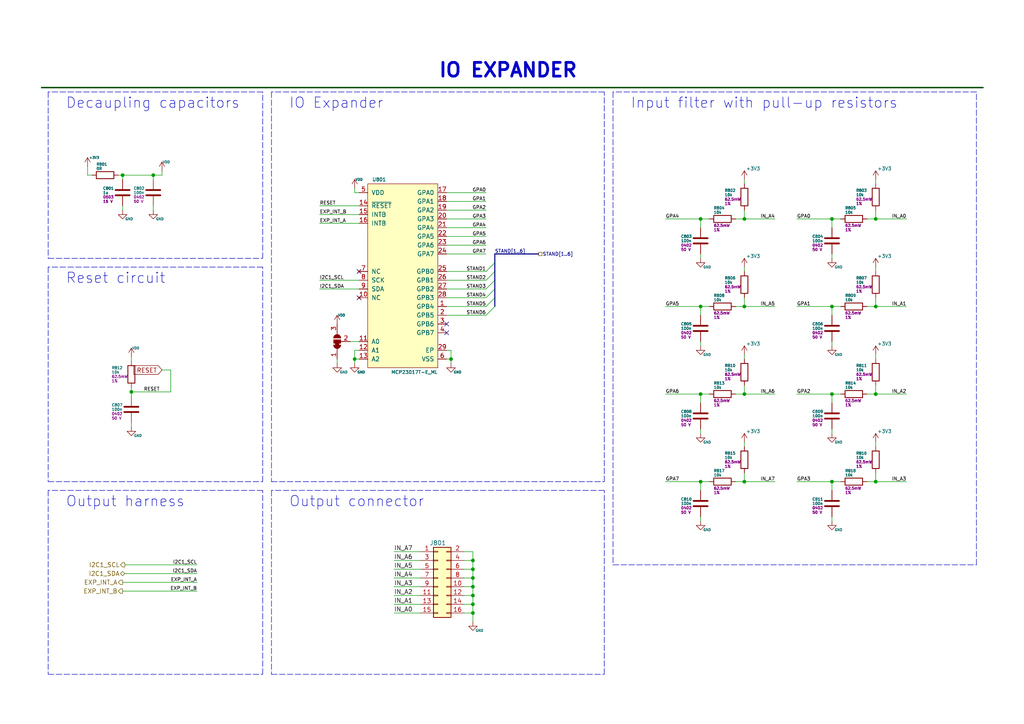
<source format=kicad_sch>
(kicad_sch (version 20211123) (generator eeschema)
  (paper "A4")
  (title_block (title "TMC6200-TA-T Eval Board") (date "2021-09-03") (rev "${REVISION}") (company "${COMPANY}") (comment 1 "${ENGINEER}") (comment 2 "${PHONE_NUMBER}") (comment 3 "${EMAIL}") (comment 4 "${SENTENCE}"))
  (lib_symbols
    (symbol "Connector_Generic:Conn_02x08_Odd_Even" (pin_names (offset 1.016) hide)
      (property "Reference" "J" (at 1.27 10.16 0))
      (property "Value" "Conn_02x08_Odd_Even" (at 1.27 -12.7 0))
      (symbol "Conn_02x08_Odd_Even_1_1"
        (pin passive line (at -5.08 7.62 0) (length 3.81) (name "Pin_1") (number "1"))
        (pin passive line (at 7.62 -2.54 180) (length 3.81) (name "Pin_10") (number "10"))
        (pin passive line (at -5.08 -5.08 0) (length 3.81) (name "Pin_11") (number "11"))
        (pin passive line (at 7.62 -5.08 180) (length 3.81) (name "Pin_12") (number "12"))
        (pin passive line (at -5.08 -7.62 0) (length 3.81) (name "Pin_13") (number "13"))
        (pin passive line (at 7.62 -7.62 180) (length 3.81) (name "Pin_14") (number "14"))
        (pin passive line (at -5.08 -10.16 0) (length 3.81) (name "Pin_15") (number "15"))
        (pin passive line (at 7.62 -10.16 180) (length 3.81) (name "Pin_16") (number "16"))
        (pin passive line (at 7.62 7.62 180) (length 3.81) (name "Pin_2") (number "2"))
        (pin passive line (at -5.08 5.08 0) (length 3.81) (name "Pin_3") (number "3"))
        (pin passive line (at 7.62 5.08 180) (length 3.81) (name "Pin_4") (number "4"))
        (pin passive line (at -5.08 2.54 0) (length 3.81) (name "Pin_5") (number "5"))
        (pin passive line (at 7.62 2.54 180) (length 3.81) (name "Pin_6") (number "6"))
        (pin passive line (at -5.08 0 0) (length 3.81) (name "Pin_7") (number "7"))
        (pin passive line (at 7.62 0 180) (length 3.81) (name "Pin_8") (number "8"))
        (pin passive line (at -5.08 -2.54 0) (length 3.81) (name "Pin_9") (number "9"))
      )
    )
    (symbol "Device:C" (pin_numbers hide) (pin_names (offset 0.254))
      (property "Reference" "C" (at 0.635 2.54 0))
      (property "Value" "C" (at 0.635 -2.54 0))
      (symbol "C_1_1"
        (pin passive line (at 0 3.81 270) (length 2.794) (name "~") (number "1"))
        (pin passive line (at 0 -3.81 90) (length 2.794) (name "~") (number "2"))
      )
    )
    (symbol "Device:R" (pin_numbers hide) (pin_names (offset 0))
      (property "Reference" "R" (at 2.032 0 90))
      (property "Value" "R" (at 0 0 90))
      (symbol "R_1_1"
        (pin passive line (at 0 3.81 270) (length 1.27) (name "~") (number "1"))
        (pin passive line (at 0 -3.81 90) (length 1.27) (name "~") (number "2"))
      )
    )
    (symbol "Jumper:SolderJumper_3_Bridged12" (pin_names (offset 0) hide)
      (property "Reference" "JP" (at -2.54 -2.54 0))
      (property "Value" "SolderJumper_3_Bridged12" (at 0 2.794 0))
      (symbol "SolderJumper_3_Bridged12_1_1"
        (pin passive line (at -5.08 0 0) (length 2.54) (name "A") (number "1"))
        (pin passive line (at 0 -3.81 90) (length 2.54) (name "C") (number "2"))
        (pin passive line (at 5.08 0 180) (length 2.54) (name "B") (number "3"))
      )
    )
    (symbol "eval_board_tmc6200-ta:MCP23017T-E_ML" (pin_names (offset 1.016))
      (property "Reference" "U" (at 0 1.27 0))
      (property "Value" "MCP23017T-E_ML" (at 20.32 -54.61 0))
      (symbol "MCP23017T-E_ML_1_1"
        (pin bidirectional line (at 22.86 -35.56 180) (length 2.54) (name "GPB4") (number "1"))
        (pin no_connect line (at -2.54 -33.02 0) (length 2.54) (name "NC") (number "10"))
        (pin passive line (at -2.54 -45.72 0) (length 2.54) (name "A0") (number "11"))
        (pin passive line (at -2.54 -48.26 0) (length 2.54) (name "A1") (number "12"))
        (pin passive line (at -2.54 -50.8 0) (length 2.54) (name "A2") (number "13"))
        (pin input line (at -2.54 -6.35 0) (length 2.54) (name "~{RESET}") (number "14"))
        (pin output line (at -2.54 -8.89 0) (length 2.54) (name "INTB") (number "15"))
        (pin output line (at -2.54 -11.43 0) (length 2.54) (name "INTB") (number "16"))
        (pin bidirectional line (at 22.86 -2.54 180) (length 2.54) (name "GPA0") (number "17"))
        (pin bidirectional line (at 22.86 -5.08 180) (length 2.54) (name "GPA1") (number "18"))
        (pin bidirectional line (at 22.86 -7.62 180) (length 2.54) (name "GPA2") (number "19"))
        (pin bidirectional line (at 22.86 -38.1 180) (length 2.54) (name "GPB5") (number "2"))
        (pin bidirectional line (at 22.86 -10.16 180) (length 2.54) (name "GPA3") (number "20"))
        (pin bidirectional line (at 22.86 -12.7 180) (length 2.54) (name "GPA4") (number "21"))
        (pin bidirectional line (at 22.86 -15.24 180) (length 2.54) (name "GPA5") (number "22"))
        (pin bidirectional line (at 22.86 -17.78 180) (length 2.54) (name "GPA6") (number "23"))
        (pin bidirectional line (at 22.86 -20.32 180) (length 2.54) (name "GPA7") (number "24"))
        (pin bidirectional line (at 22.86 -25.4 180) (length 2.54) (name "GPB0") (number "25"))
        (pin bidirectional line (at 22.86 -27.94 180) (length 2.54) (name "GPB1") (number "26"))
        (pin bidirectional line (at 22.86 -30.48 180) (length 2.54) (name "GPB2") (number "27"))
        (pin bidirectional line (at 22.86 -33.02 180) (length 2.54) (name "GPB3") (number "28"))
        (pin power_in line (at 22.86 -48.26 180) (length 2.54) (name "EP") (number "29"))
        (pin bidirectional line (at 22.86 -40.64 180) (length 2.54) (name "GPB6") (number "3"))
        (pin bidirectional line (at 22.86 -43.18 180) (length 2.54) (name "GPB7") (number "4"))
        (pin power_in line (at -2.54 -2.54 0) (length 2.54) (name "VDD") (number "5"))
        (pin power_in line (at 22.86 -50.8 180) (length 2.54) (name "VSS") (number "6"))
        (pin no_connect line (at -2.54 -25.4 0) (length 2.54) (name "NC") (number "7"))
        (pin input line (at -2.54 -27.94 0) (length 2.54) (name "SCK") (number "8"))
        (pin bidirectional line (at -2.54 -30.48 0) (length 2.54) (name "SDA") (number "9"))
      )
    )
    (symbol "power:+3.3V" (power) (pin_names (offset 0))
      (property "Value" "+3.3V" (at 0 3.556 0))
      (symbol "+3.3V_1_1"
        (pin power_in line (at 0 0 90) (length 0) hide (name "+3V3") (number "1"))
      )
    )
    (symbol "power:GND" (power) (pin_names (offset 0))
      (property "Value" "GND" (at 0 -3.81 0))
      (symbol "GND_1_1"
        (pin power_in line (at 0 0 270) (length 0) hide (name "GND") (number "1"))
      )
    )
    (symbol "power:VDD" (power) (pin_names (offset 0))
      (property "Value" "VDD" (at 0 3.81 0))
      (symbol "VDD_1_1"
        (pin power_in line (at 0 0 90) (length 0) hide (name "VDD") (number "1"))
      )
    )
  )
  (junction (at 38.1 113.665))
  (junction (at 130.81 104.14))
  (junction (at 137.16 175.26))
  (junction (at 203.2 114.3))
  (junction (at 215.9 139.7))
  (junction (at 241.3 88.9))
  (junction (at 137.16 172.72))
  (junction (at 241.3 139.7))
  (junction (at 44.45 50.8))
  (junction (at 254 88.9))
  (junction (at 215.9 114.3))
  (junction (at 137.16 170.18))
  (junction (at 137.16 177.8))
  (junction (at 215.9 63.5))
  (junction (at 241.3 114.3))
  (junction (at 215.9 88.9))
  (junction (at 203.2 63.5))
  (junction (at 203.2 139.7))
  (junction (at 137.16 162.56))
  (junction (at 254 63.5))
  (junction (at 254 139.7))
  (junction (at 254 114.3))
  (junction (at 137.16 167.64))
  (junction (at 102.87 104.14))
  (junction (at 137.16 165.1))
  (junction (at 35.56 50.8))
  (junction (at 241.3 63.5))
  (junction (at 203.2 88.9))
  (no_connect (at 104.14 78.74))
  (no_connect (at 129.54 96.52))
  (no_connect (at 104.14 86.36))
  (no_connect (at 129.54 93.98))
  (bus_entry (at 140.97 83.82) (size 2.54 -2.54))
  (bus_entry (at 140.97 91.44) (size 2.54 -2.54))
  (bus_entry (at 140.97 86.36) (size 2.54 -2.54))
  (bus_entry (at 140.97 78.74) (size 2.54 -2.54))
  (bus_entry (at 140.97 88.9) (size 2.54 -2.54))
  (bus_entry (at 140.97 81.28) (size 2.54 -2.54))
  (wire (pts (xy 254 114.3) (xy 262.89 114.3)))
  (wire (pts (xy 254 111.76) (xy 254 114.3)))
  (wire (pts (xy 241.3 88.9) (xy 241.3 91.44)))
  (wire (pts (xy 121.92 165.1) (xy 114.3 165.1)))
  (wire (pts (xy 203.2 114.3) (xy 203.2 116.84)))
  (wire (pts (xy 134.62 170.18) (xy 137.16 170.18)))
  (wire (pts (xy 243.84 63.5) (xy 241.3 63.5)))
  (wire (pts (xy 129.54 71.12) (xy 140.97 71.12)))
  (wire (pts (xy 121.92 167.64) (xy 114.3 167.64)))
  (wire (pts (xy 243.84 114.3) (xy 241.3 114.3)))
  (wire (pts (xy 241.3 139.7) (xy 241.3 142.24)))
  (wire (pts (xy 102.87 104.14) (xy 102.87 105.41)))
  (polyline (pts (xy 175.26 26.67) (xy 78.74 26.67)))
  (wire (pts (xy 241.3 151.13) (xy 241.3 149.86)))
  (wire (pts (xy 137.16 167.64) (xy 137.16 170.18)))
  (polyline (pts (xy 13.97 139.7) (xy 76.2 139.7)))
  (wire (pts (xy 35.56 60.96) (xy 35.56 59.69)))
  (wire (pts (xy 215.9 139.7) (xy 213.36 139.7)))
  (wire (pts (xy 129.54 73.66) (xy 140.97 73.66)))
  (wire (pts (xy 102.87 101.6) (xy 102.87 104.14)))
  (wire (pts (xy 129.54 81.28) (xy 140.97 81.28)))
  (wire (pts (xy 35.56 171.45) (xy 57.15 171.45)))
  (wire (pts (xy 137.16 162.56) (xy 137.16 165.1)))
  (wire (pts (xy 254 139.7) (xy 251.46 139.7)))
  (polyline (pts (xy 76.2 74.93) (xy 76.2 26.67)))
  (wire (pts (xy 38.1 104.775) (xy 38.1 103.505)))
  (wire (pts (xy 129.54 101.6) (xy 130.81 101.6)))
  (wire (pts (xy 137.16 177.8) (xy 137.16 180.34)))
  (wire (pts (xy 241.3 63.5) (xy 231.14 63.5)))
  (polyline (pts (xy 177.8 26.67) (xy 177.8 163.83)))
  (polyline (pts (xy 78.74 139.7) (xy 175.26 139.7)))
  (wire (pts (xy 241.3 114.3) (xy 231.14 114.3)))
  (polyline (pts (xy 76.2 77.47) (xy 13.97 77.47)))
  (polyline (pts (xy 13.97 26.67) (xy 13.97 74.93)))
  (wire (pts (xy 203.2 151.13) (xy 203.2 149.86)))
  (polyline (pts (xy 76.2 139.7) (xy 76.2 77.47)))
  (wire (pts (xy 102.87 55.88) (xy 102.87 54.61)))
  (wire (pts (xy 38.1 113.665) (xy 49.53 113.665)))
  (wire (pts (xy 203.2 63.5) (xy 193.04 63.5)))
  (polyline (pts (xy 175.26 139.7) (xy 175.26 26.67)))
  (polyline (pts (xy 78.74 26.67) (xy 78.74 139.7)))
  (wire (pts (xy 121.92 172.72) (xy 114.3 172.72)))
  (wire (pts (xy 34.29 50.8) (xy 35.56 50.8)))
  (wire (pts (xy 134.62 172.72) (xy 137.16 172.72)))
  (wire (pts (xy 254 60.96) (xy 254 63.5)))
  (wire (pts (xy 38.1 123.825) (xy 38.1 122.555)))
  (wire (pts (xy 57.15 163.83) (xy 36.195 163.83)))
  (wire (pts (xy 254 77.47) (xy 254 78.74)))
  (polyline (pts (xy 78.74 195.58) (xy 175.26 195.58)))
  (wire (pts (xy 203.2 63.5) (xy 203.2 66.04)))
  (wire (pts (xy 129.54 66.04) (xy 140.97 66.04)))
  (wire (pts (xy 203.2 100.33) (xy 203.2 99.06)))
  (polyline (pts (xy 78.74 142.24) (xy 78.74 195.58)))
  (wire (pts (xy 205.74 63.5) (xy 203.2 63.5)))
  (wire (pts (xy 215.9 111.76) (xy 215.9 114.3)))
  (polyline (pts (xy 76.2 142.24) (xy 13.97 142.24)))
  (wire (pts (xy 129.54 63.5) (xy 140.97 63.5)))
  (wire (pts (xy 92.71 81.28) (xy 104.14 81.28)))
  (bus (pts (xy 143.51 78.74) (xy 143.51 81.28)))
  (polyline (pts (xy 76.2 26.67) (xy 13.97 26.67)))
  (wire (pts (xy 243.84 139.7) (xy 241.3 139.7)))
  (wire (pts (xy 205.74 88.9) (xy 203.2 88.9)))
  (bus (pts (xy 143.51 73.66) (xy 156.21 73.66)))
  (bus (pts (xy 143.51 83.82) (xy 143.51 86.36)))
  (wire (pts (xy 241.3 125.73) (xy 241.3 124.46)))
  (wire (pts (xy 129.54 68.58) (xy 140.97 68.58)))
  (wire (pts (xy 203.2 74.93) (xy 203.2 73.66)))
  (wire (pts (xy 215.9 86.36) (xy 215.9 88.9)))
  (wire (pts (xy 205.74 139.7) (xy 203.2 139.7)))
  (wire (pts (xy 254 52.07) (xy 254 53.34)))
  (wire (pts (xy 46.99 49.53) (xy 46.99 50.8)))
  (wire (pts (xy 121.92 162.56) (xy 114.3 162.56)))
  (wire (pts (xy 243.84 88.9) (xy 241.3 88.9)))
  (wire (pts (xy 25.4 50.8) (xy 25.4 48.26)))
  (wire (pts (xy 241.3 114.3) (xy 241.3 116.84)))
  (wire (pts (xy 203.2 114.3) (xy 193.04 114.3)))
  (wire (pts (xy 130.81 105.41) (xy 130.81 104.14)))
  (wire (pts (xy 205.74 114.3) (xy 203.2 114.3)))
  (polyline (pts (xy 13.97 77.47) (xy 13.97 139.7)))
  (wire (pts (xy 254 88.9) (xy 262.89 88.9)))
  (wire (pts (xy 137.16 170.18) (xy 137.16 172.72)))
  (wire (pts (xy 203.2 139.7) (xy 193.04 139.7)))
  (wire (pts (xy 46.99 107.315) (xy 49.53 107.315)))
  (wire (pts (xy 35.56 50.8) (xy 44.45 50.8)))
  (wire (pts (xy 137.16 165.1) (xy 137.16 167.64)))
  (wire (pts (xy 215.9 63.5) (xy 224.79 63.5)))
  (wire (pts (xy 57.15 168.91) (xy 35.56 168.91)))
  (wire (pts (xy 104.14 59.69) (xy 92.71 59.69)))
  (bus (pts (xy 143.51 81.28) (xy 143.51 83.82)))
  (wire (pts (xy 241.3 88.9) (xy 231.14 88.9)))
  (wire (pts (xy 215.9 52.07) (xy 215.9 53.34)))
  (wire (pts (xy 254 86.36) (xy 254 88.9)))
  (wire (pts (xy 215.9 88.9) (xy 213.36 88.9)))
  (wire (pts (xy 38.1 113.665) (xy 38.1 112.395)))
  (wire (pts (xy 137.16 175.26) (xy 137.16 177.8)))
  (polyline (pts (xy 177.8 163.83) (xy 283.21 163.83)))
  (wire (pts (xy 49.53 107.315) (xy 49.53 113.665)))
  (wire (pts (xy 215.9 114.3) (xy 213.36 114.3)))
  (bus (pts (xy 143.51 76.2) (xy 143.51 78.74)))
  (wire (pts (xy 129.54 83.82) (xy 140.97 83.82)))
  (wire (pts (xy 104.14 62.23) (xy 92.71 62.23)))
  (wire (pts (xy 254 114.3) (xy 251.46 114.3)))
  (bus (pts (xy 143.51 73.66) (xy 143.51 76.2)))
  (wire (pts (xy 241.3 139.7) (xy 231.14 139.7)))
  (wire (pts (xy 129.54 91.44) (xy 140.97 91.44)))
  (polyline (pts (xy 283.21 163.83) (xy 283.21 26.67)))
  (wire (pts (xy 241.3 63.5) (xy 241.3 66.04)))
  (wire (pts (xy 215.9 137.16) (xy 215.9 139.7)))
  (wire (pts (xy 129.54 55.88) (xy 140.97 55.88)))
  (wire (pts (xy 254 137.16) (xy 254 139.7)))
  (wire (pts (xy 130.81 104.14) (xy 129.54 104.14)))
  (wire (pts (xy 129.54 78.74) (xy 140.97 78.74)))
  (polyline (pts (xy 175.26 195.58) (xy 175.26 142.24)))
  (wire (pts (xy 134.62 162.56) (xy 137.16 162.56)))
  (polyline (pts (xy 283.21 26.67) (xy 177.8 26.67)))
  (wire (pts (xy 241.3 100.33) (xy 241.3 99.06)))
  (wire (pts (xy 254 128.27) (xy 254 129.54)))
  (wire (pts (xy 44.45 60.96) (xy 44.45 59.69)))
  (wire (pts (xy 254 63.5) (xy 262.89 63.5)))
  (wire (pts (xy 44.45 50.8) (xy 44.45 52.07)))
  (wire (pts (xy 203.2 125.73) (xy 203.2 124.46)))
  (wire (pts (xy 134.62 160.02) (xy 137.16 160.02)))
  (wire (pts (xy 104.14 104.14) (xy 102.87 104.14)))
  (wire (pts (xy 215.9 88.9) (xy 224.79 88.9)))
  (wire (pts (xy 129.54 88.9) (xy 140.97 88.9)))
  (wire (pts (xy 137.16 172.72) (xy 137.16 175.26)))
  (wire (pts (xy 129.54 86.36) (xy 140.97 86.36)))
  (wire (pts (xy 215.9 128.27) (xy 215.9 129.54)))
  (wire (pts (xy 129.54 58.42) (xy 140.97 58.42)))
  (wire (pts (xy 129.54 60.96) (xy 140.97 60.96)))
  (wire (pts (xy 104.14 83.82) (xy 92.71 83.82)))
  (wire (pts (xy 241.3 74.93) (xy 241.3 73.66)))
  (wire (pts (xy 134.62 165.1) (xy 137.16 165.1)))
  (wire (pts (xy 215.9 60.96) (xy 215.9 63.5)))
  (wire (pts (xy 203.2 88.9) (xy 193.04 88.9)))
  (polyline (pts (xy 76.2 195.58) (xy 76.2 142.24)))
  (wire (pts (xy 44.45 50.8) (xy 46.99 50.8)))
  (wire (pts (xy 121.92 175.26) (xy 114.3 175.26)))
  (wire (pts (xy 254 63.5) (xy 251.46 63.5)))
  (wire (pts (xy 134.62 177.8) (xy 137.16 177.8)))
  (wire (pts (xy 97.79 104.14) (xy 97.79 105.41)))
  (wire (pts (xy 134.62 175.26) (xy 137.16 175.26)))
  (wire (pts (xy 215.9 77.47) (xy 215.9 78.74)))
  (bus (pts (xy 143.51 86.36) (xy 143.51 88.9)))
  (wire (pts (xy 130.81 101.6) (xy 130.81 104.14)))
  (wire (pts (xy 35.56 50.8) (xy 35.56 52.07)))
  (wire (pts (xy 121.92 177.8) (xy 114.3 177.8)))
  (wire (pts (xy 254 102.87) (xy 254 104.14)))
  (wire (pts (xy 254 88.9) (xy 251.46 88.9)))
  (wire (pts (xy 104.14 64.77) (xy 92.71 64.77)))
  (wire (pts (xy 215.9 114.3) (xy 224.79 114.3)))
  (wire (pts (xy 134.62 167.64) (xy 137.16 167.64)))
  (wire (pts (xy 203.2 88.9) (xy 203.2 91.44)))
  (wire (pts (xy 121.92 160.02) (xy 114.3 160.02)))
  (wire (pts (xy 137.16 160.02) (xy 137.16 162.56)))
  (wire (pts (xy 215.9 139.7) (xy 224.79 139.7)))
  (wire (pts (xy 121.92 170.18) (xy 114.3 170.18)))
  (wire (pts (xy 25.4 50.8) (xy 26.67 50.8)))
  (wire (pts (xy 38.1 114.935) (xy 38.1 113.665)))
  (wire (pts (xy 57.15 166.37) (xy 36.195 166.37)))
  (polyline (pts (xy 13.97 195.58) (xy 76.2 195.58)))
  (wire (pts (xy 215.9 102.87) (xy 215.9 104.14)))
  (wire (pts (xy 215.9 63.5) (xy 213.36 63.5)))
  (wire (pts (xy 203.2 139.7) (xy 203.2 142.24)))
  (polyline (pts (xy 12.065 25.4) (xy 285.115 25.4)) (stroke (width 0.4064) (type solid) (color 0 72 0 1)))
  (polyline (pts (xy 175.26 142.24) (xy 78.74 142.24)))
  (wire (pts (xy 104.14 99.06) (xy 101.6 99.06)))
  (wire (pts (xy 104.14 101.6) (xy 102.87 101.6)))
  (wire (pts (xy 104.14 55.88) (xy 102.87 55.88)))
  (wire (pts (xy 254 139.7) (xy 262.89 139.7)))
  (polyline (pts (xy 13.97 142.24) (xy 13.97 195.58)))
  (polyline (pts (xy 13.97 74.93) (xy 76.2 74.93)))
  (text "Reset circuit" (at 19.05 82.55 0) (effects (font (size 2.9972 2.9972)) (justify left bottom)))
  (text "Input filter with pull-up resistors" (at 182.88 31.75 0) (effects (font (size 2.9972 2.9972)) (justify left bottom)))
  (text "IO EXPANDER" (at 127 22.86 0) (effects (font (size 3.9878 3.9878) (thickness 0.7976) bold) (justify left bottom)))
  (text "IO Expander" (at 83.82 31.75 0) (effects (font (size 2.9972 2.9972)) (justify left bottom)))
  (text "Output harness" (at 19.05 147.32 0) (effects (font (size 2.9972 2.9972)) (justify left bottom)))
  (text "Decaupling capacitors" (at 19.05 31.75 0) (effects (font (size 2.9972 2.9972)) (justify left bottom)))
  (text "Output connector" (at 83.82 147.32 0) (effects (font (size 2.9972 2.9972)) (justify left bottom)))
  (label "IN_A0" (at 114.3 177.8 0))
  (label "STAND5" (at 140.97 88.9 180) (effects (font (size 0.9906 0.9906))))
  (label "GPA4" (at 140.97 66.04 180) (effects (font (size 0.9906 0.9906))))
  (label "GPA2" (at 231.14 114.3 0) (effects (font (size 0.9906 0.9906))))
  (label "EXP_INT_B" (at 92.71 62.23 0) (effects (font (size 0.9906 0.9906))))
  (label "GPA3" (at 140.97 63.5 180) (effects (font (size 0.9906 0.9906))))
  (label "IN_A2" (at 114.3 172.72 0))
  (label "GPA5" (at 140.97 68.58 180) (effects (font (size 0.9906 0.9906))))
  (label "STAND4" (at 140.97 86.36 180) (effects (font (size 0.9906 0.9906))))
  (label "EXP_INT_B" (at 57.15 171.45 180) (effects (font (size 0.9906 0.9906))))
  (label "I2C1_SDA" (at 57.15 166.37 180) (effects (font (size 0.9906 0.9906))))
  (label "IN_A4" (at 224.79 63.5 180) (effects (font (size 0.9906 0.9906))))
  (label "IN_A1" (at 114.3 175.26 0))
  (label "IN_A2" (at 262.89 114.3 180) (effects (font (size 0.9906 0.9906))))
  (label "I2C1_SCL" (at 57.15 163.83 180) (effects (font (size 0.9906 0.9906))))
  (label "GPA6" (at 140.97 71.12 180) (effects (font (size 0.9906 0.9906))))
  (label "IN_A7" (at 114.3 160.02 0))
  (label "STAND6" (at 140.97 91.44 180) (effects (font (size 0.9906 0.9906))))
  (label "GPA3" (at 231.14 139.7 0) (effects (font (size 0.9906 0.9906))))
  (label "IN_A5" (at 224.79 88.9 180) (effects (font (size 0.9906 0.9906))))
  (label "GPA1" (at 140.97 58.42 180) (effects (font (size 0.9906 0.9906))))
  (label "I2C1_SDA" (at 92.71 83.82 0) (effects (font (size 0.9906 0.9906))))
  (label "IN_A1" (at 262.89 88.9 180) (effects (font (size 0.9906 0.9906))))
  (label "GPA5" (at 193.04 88.9 0) (effects (font (size 0.9906 0.9906))))
  (label "GPA0" (at 140.97 55.88 180) (effects (font (size 0.9906 0.9906))))
  (label "IN_A0" (at 262.89 63.5 180) (effects (font (size 0.9906 0.9906))))
  (label "EXP_INT_A" (at 57.15 168.91 180) (effects (font (size 0.9906 0.9906))))
  (label "GPA2" (at 140.97 60.96 180) (effects (font (size 0.9906 0.9906))))
  (label "STAND1" (at 140.97 78.74 180) (effects (font (size 0.9906 0.9906))))
  (label "RESET" (at 46.355 113.665 180) (effects (font (size 0.9906 0.9906))))
  (label "GPA7" (at 193.04 139.7 0) (effects (font (size 0.9906 0.9906))))
  (label "STAND3" (at 140.97 83.82 180) (effects (font (size 0.9906 0.9906))))
  (label "GPA1" (at 231.14 88.9 0) (effects (font (size 0.9906 0.9906))))
  (label "GPA6" (at 193.04 114.3 0) (effects (font (size 0.9906 0.9906))))
  (label "IN_A3" (at 114.3 170.18 0))
  (label "STAND2" (at 140.97 81.28 180) (effects (font (size 0.9906 0.9906))))
  (label "GPA0" (at 231.14 63.5 0) (effects (font (size 0.9906 0.9906))))
  (label "I2C1_SCL" (at 92.71 81.28 0) (effects (font (size 0.9906 0.9906))))
  (label "GPA7" (at 140.97 73.66 180) (effects (font (size 0.9906 0.9906))))
  (label "IN_A6" (at 224.79 114.3 180) (effects (font (size 0.9906 0.9906))))
  (label "IN_A6" (at 114.3 162.56 0))
  (label "RESET" (at 92.71 59.69 0) (effects (font (size 0.9906 0.9906))))
  (label "STAND[1..6]" (at 143.51 73.66 0) (effects (font (size 0.9906 0.9906))))
  (label "IN_A5" (at 114.3 165.1 0))
  (label "EXP_INT_A" (at 92.71 64.77 0) (effects (font (size 0.9906 0.9906))))
  (label "IN_A3" (at 262.89 139.7 180) (effects (font (size 0.9906 0.9906))))
  (label "IN_A4" (at 114.3 167.64 0))
  (label "GPA4" (at 193.04 63.5 0) (effects (font (size 0.9906 0.9906))))
  (label "IN_A7" (at 224.79 139.7 180) (effects (font (size 0.9906 0.9906))))
  (global_label "RESET" (shape input) (at 46.99 107.315 180) (property "Intersheet References" "${INTERSHEET_REFS}" (at 0 0 0)))
  (hierarchical_label "STAND[1..6]" (shape passive) (at 156.21 73.66 0) (effects (font (size 0.9906 0.9906))))
  (hierarchical_label "EXP_INT_B" (shape output) (at 35.56 171.45 180))
  (hierarchical_label "EXP_INT_A" (shape output) (at 35.56 168.91 180))
  (hierarchical_label "I2C1_SCL" (shape output) (at 36.195 163.83 180))
  (hierarchical_label "I2C1_SDA" (shape bidirectional) (at 36.195 166.37 180))
  (symbol (lib_id "eval_board_tmc6200-ta:MCP23017T-E_ML") (at 106.68 53.34 0) (unit 1)
    (property "Reference" "U801" (at 107.95 52.07 0) (effects (font (size 0.9906 0.9906)) (justify left)))
    (property "Value" "MCP23017T-E_ML" (at 127 107.95 0) (effects (font (size 0.9906 0.9906)) (justify right)))
    (property "Footprint" "eval_board_tmc6200-ta:MCP23017T-EML_QFN-28" (effects hide))
    (property "Datasheet" "https://pl.mouser.com/datasheet/2/268/20001952C-1129816.pdf" (effects hide))
  )
  (symbol (lib_id "Jumper:SolderJumper_3_Bridged12") (at 97.79 99.06 90) (unit 1)
    (property "Reference" "JP801" (effects hide))
    (property "Value" "SolderJumper_3_Bridged12" (effects hide))
    (property "Footprint" "Jumper:SolderJumper-3_P1.3mm_Bridged12_RoundedPad1.0x1.5mm_NumberLabels" (effects hide))
  )
  (symbol (lib_id "Device:C") (at 35.56 55.88 0) (mirror x) (unit 1)
    (property "Reference" "C801" (at 29.845 54.61 0) (effects (font (size 0.7874 0.7874)) (justify left)))
    (property "Value" "1u" (at 29.845 55.88 0) (effects (font (size 0.7874 0.7874)) (justify left)))
    (property "Footprint" "Capacitor_SMD:C_0603_1608Metric" (effects hide))
    (property "Datasheet" "https://pl.mouser.com/datasheet/2/212/KEM_C1002_X7R_SMD-1102033.pdf" (effects hide))
    (property "Manufacturer" "KEMET" (effects hide))
    (property "Mfg number" "C0603C105K4RACTU " (effects hide))
    (property "Package" "0603" (at 29.845 57.15 0) (effects (font (size 0.7874 0.7874)) (justify left)))
    (property "Voltage" "16 V" (at 29.845 58.42 0) (effects (font (size 0.7874 0.7874)) (justify left)))
    (property "Izolation material" "X7R" (effects hide))
    (property "Tolerance" "10 %" (effects hide))
    (property "Part Number" "C0603C105K4RACTU " (effects hide))
  )
  (symbol (lib_id "Device:C") (at 44.45 55.88 0) (unit 1)
    (property "Reference" "C802" (at 38.735 54.61 0) (effects (font (size 0.7874 0.7874)) (justify left)))
    (property "Value" "100n" (at 38.735 55.88 0) (effects (font (size 0.7874 0.7874)) (justify left)))
    (property "Footprint" "Capacitor_SMD:C_0402_1005Metric" (effects hide))
    (property "Datasheet" "https://pl.mouser.com/datasheet/2/281/1/GRM155C71H104JE19_01A-1983567.pdf" (effects hide))
    (property "Manufacturer" "Murata Electronics" (effects hide))
    (property "Mfg number" "GRM155C71H104JE19D " (effects hide))
    (property "Package" "0402" (at 38.735 57.15 0) (effects (font (size 0.7874 0.7874)) (justify left)))
    (property "Voltage" "50 V" (at 38.735 58.42 0) (effects (font (size 0.7874 0.7874)) (justify left)))
    (property "Izolation material" "X7S" (effects hide))
    (property "Tolerance" "5%" (effects hide))
    (property "Part Number" "GRM155C71H104JE19D " (effects hide))
  )
  (symbol (lib_id "power:+3.3V") (at 25.4 48.26 0) (unit 1)
    (property "Reference" "#PWR0801" (effects hide))
    (property "Value" "+3.3V" (at 27.305 45.72 0) (effects (font (size 0.7112 0.7112))))
  )
  (symbol (lib_id "power:GND") (at 35.56 60.96 0) (mirror y) (unit 1)
    (property "Reference" "#PWR0806" (effects hide))
    (property "Value" "GND" (at 37.465 63.5 0) (effects (font (size 0.7112 0.7112))))
  )
  (symbol (lib_id "power:GND") (at 44.45 60.96 0) (mirror y) (unit 1)
    (property "Reference" "#PWR0807" (effects hide))
    (property "Value" "GND" (at 46.355 63.5 0) (effects (font (size 0.7112 0.7112))))
  )
  (symbol (lib_id "power:VDD") (at 46.99 49.53 0) (unit 1)
    (property "Reference" "#PWR0802" (effects hide))
    (property "Value" "VDD" (at 48.26 46.99 0) (effects (font (size 0.7112 0.7112))))
  )
  (symbol (lib_id "power:VDD") (at 38.1 103.505 0) (unit 1)
    (property "Reference" "#PWR0817" (effects hide))
    (property "Value" "VDD" (at 39.37 100.965 0) (effects (font (size 0.7112 0.7112))))
  )
  (symbol (lib_id "Device:C") (at 38.1 118.745 0) (unit 1)
    (property "Reference" "C807" (at 32.385 117.475 0) (effects (font (size 0.7874 0.7874)) (justify left)))
    (property "Value" "100n" (at 32.385 118.745 0) (effects (font (size 0.7874 0.7874)) (justify left)))
    (property "Footprint" "Capacitor_SMD:C_0402_1005Metric" (effects hide))
    (property "Datasheet" "https://pl.mouser.com/datasheet/2/281/1/GRM155C71H104JE19_01A-1983567.pdf" (effects hide))
    (property "Manufacturer" "Murata Electronics" (effects hide))
    (property "Mfg number" "GRM155C71H104JE19D " (effects hide))
    (property "Package" "0402" (at 32.385 120.015 0) (effects (font (size 0.7874 0.7874)) (justify left)))
    (property "Voltage" "50 V" (at 32.385 121.285 0) (effects (font (size 0.7874 0.7874)) (justify left)))
    (property "Izolation material" "X7S" (effects hide))
    (property "Tolerance" "5%" (effects hide))
    (property "Part Number" "GRM155C71H104JE19D " (effects hide))
  )
  (symbol (lib_id "Device:R") (at 38.1 108.585 0) (mirror x) (unit 1)
    (property "Reference" "R812" (at 32.385 106.68 0) (effects (font (size 0.7874 0.7874)) (justify left)))
    (property "Value" "10k" (at 32.385 107.95 0) (effects (font (size 0.7874 0.7874)) (justify left)))
    (property "Footprint" "Resistor_SMD:R_0402_1005Metric" (effects hide))
    (property "Datasheet" "https://pl.mouser.com/datasheet/2/447/PYu_RC_Group_51_RoHS_L_10-1664068.pdf" (effects hide))
    (property "Manufacturer" "Yageo " (effects hide))
    (property "Package" "0402" (effects hide))
    (property "Part Number" "RC0402FR-0710KL" (effects hide))
    (property "Nominal Power" "62.5mW" (at 32.385 109.22 0) (effects (font (size 0.7874 0.7874)) (justify left)))
    (property "Tolerance" "1%" (at 32.385 110.49 0) (effects (font (size 0.7874 0.7874)) (justify left)))
    (property "Voltage" "50V" (effects hide))
    (property "Type" "Thick Film" (effects hide))
    (property "TempCo" "100PPM/C" (effects hide))
  )
  (symbol (lib_id "power:GND") (at 38.1 123.825 0) (mirror y) (unit 1)
    (property "Reference" "#PWR0821" (effects hide))
    (property "Value" "GND" (at 40.005 126.365 0) (effects (font (size 0.7112 0.7112))))
  )
  (symbol (lib_id "power:GND") (at 130.81 105.41 0) (mirror y) (unit 1)
    (property "Reference" "#PWR0820" (effects hide))
    (property "Value" "GND" (at 132.715 107.95 0) (effects (font (size 0.7112 0.7112))))
  )
  (symbol (lib_id "power:GND") (at 97.79 105.41 0) (mirror y) (unit 1)
    (property "Reference" "#PWR0818" (effects hide))
    (property "Value" "GND" (at 99.695 107.95 0) (effects (font (size 0.7112 0.7112))))
  )
  (symbol (lib_id "power:GND") (at 102.87 105.41 0) (mirror y) (unit 1)
    (property "Reference" "#PWR0819" (effects hide))
    (property "Value" "GND" (at 104.775 107.95 0) (effects (font (size 0.7112 0.7112))))
  )
  (symbol (lib_id "power:VDD") (at 97.79 93.98 0) (unit 1)
    (property "Reference" "#PWR0812" (effects hide))
    (property "Value" "VDD" (at 99.06 91.44 0) (effects (font (size 0.7112 0.7112))))
  )
  (symbol (lib_id "Device:R") (at 247.65 63.5 270) (unit 1)
    (property "Reference" "R805" (at 245.11 60.325 90) (effects (font (size 0.7874 0.7874)) (justify left)))
    (property "Value" "10k" (at 245.11 61.595 90) (effects (font (size 0.7874 0.7874)) (justify left)))
    (property "Footprint" "Resistor_SMD:R_0402_1005Metric" (effects hide))
    (property "Datasheet" "https://pl.mouser.com/datasheet/2/447/PYu_RC_Group_51_RoHS_L_10-1664068.pdf" (effects hide))
    (property "Manufacturer" "Yageo " (effects hide))
    (property "Package" "0402" (effects hide))
    (property "Part Number" "RC0402FR-0710KL" (effects hide))
    (property "Nominal Power" "62.5mW" (at 245.11 65.405 90) (effects (font (size 0.7874 0.7874)) (justify left)))
    (property "Tolerance" "1%" (at 245.11 66.675 90) (effects (font (size 0.7874 0.7874)) (justify left)))
    (property "Voltage" "50V" (effects hide))
    (property "Type" "Thick Film" (effects hide))
    (property "TempCo" "100PPM/C" (effects hide))
  )
  (symbol (lib_id "Device:C") (at 241.3 69.85 0) (unit 1)
    (property "Reference" "C804" (at 235.585 68.58 0) (effects (font (size 0.7874 0.7874)) (justify left)))
    (property "Value" "100n" (at 235.585 69.85 0) (effects (font (size 0.7874 0.7874)) (justify left)))
    (property "Footprint" "Capacitor_SMD:C_0402_1005Metric" (effects hide))
    (property "Datasheet" "https://pl.mouser.com/datasheet/2/281/1/GRM155C71H104JE19_01A-1983567.pdf" (effects hide))
    (property "Manufacturer" "Murata Electronics" (effects hide))
    (property "Mfg number" "GRM155C71H104JE19D " (effects hide))
    (property "Package" "0402" (at 235.585 71.12 0) (effects (font (size 0.7874 0.7874)) (justify left)))
    (property "Voltage" "50 V" (at 235.585 72.39 0) (effects (font (size 0.7874 0.7874)) (justify left)))
    (property "Izolation material" "X7S" (effects hide))
    (property "Tolerance" "5%" (effects hide))
    (property "Part Number" "GRM155C71H104JE19D " (effects hide))
  )
  (symbol (lib_id "Device:R") (at 254 57.15 0) (mirror x) (unit 1)
    (property "Reference" "R803" (at 248.285 55.245 0) (effects (font (size 0.7874 0.7874)) (justify left)))
    (property "Value" "10k" (at 248.285 56.515 0) (effects (font (size 0.7874 0.7874)) (justify left)))
    (property "Footprint" "Resistor_SMD:R_0402_1005Metric" (effects hide))
    (property "Datasheet" "https://pl.mouser.com/datasheet/2/447/PYu_RC_Group_51_RoHS_L_10-1664068.pdf" (effects hide))
    (property "Manufacturer" "Yageo " (effects hide))
    (property "Package" "0402" (effects hide))
    (property "Part Number" "RC0402FR-0710KL" (effects hide))
    (property "Nominal Power" "62.5mW" (at 248.285 57.785 0) (effects (font (size 0.7874 0.7874)) (justify left)))
    (property "Tolerance" "1%" (at 248.285 59.055 0) (effects (font (size 0.7874 0.7874)) (justify left)))
    (property "Voltage" "50V" (effects hide))
    (property "Type" "Thick Film" (effects hide))
    (property "TempCo" "100PPM/C" (effects hide))
  )
  (symbol (lib_id "power:GND") (at 241.3 74.93 0) (mirror y) (unit 1)
    (property "Reference" "#PWR0809" (effects hide))
    (property "Value" "GND" (at 243.205 77.47 0) (effects (font (size 0.7112 0.7112))))
  )
  (symbol (lib_id "power:+3.3V") (at 254 52.07 0) (unit 1)
    (property "Reference" "#PWR0804" (effects hide))
    (property "Value" "+3.3V" (at 256.54 48.895 0) (effects (font (size 0.9906 0.9906))))
  )
  (symbol (lib_id "Device:R") (at 247.65 88.9 270) (unit 1)
    (property "Reference" "R809" (at 245.11 85.725 90) (effects (font (size 0.7874 0.7874)) (justify left)))
    (property "Value" "10k" (at 245.11 86.995 90) (effects (font (size 0.7874 0.7874)) (justify left)))
    (property "Footprint" "Resistor_SMD:R_0402_1005Metric" (effects hide))
    (property "Datasheet" "https://pl.mouser.com/datasheet/2/447/PYu_RC_Group_51_RoHS_L_10-1664068.pdf" (effects hide))
    (property "Manufacturer" "Yageo " (effects hide))
    (property "Package" "0402" (effects hide))
    (property "Part Number" "RC0402FR-0710KL" (effects hide))
    (property "Nominal Power" "62.5mW" (at 245.11 90.805 90) (effects (font (size 0.7874 0.7874)) (justify left)))
    (property "Tolerance" "1%" (at 245.11 92.075 90) (effects (font (size 0.7874 0.7874)) (justify left)))
    (property "Voltage" "50V" (effects hide))
    (property "Type" "Thick Film" (effects hide))
    (property "TempCo" "100PPM/C" (effects hide))
  )
  (symbol (lib_id "Device:C") (at 241.3 95.25 0) (unit 1)
    (property "Reference" "C806" (at 235.585 93.98 0) (effects (font (size 0.7874 0.7874)) (justify left)))
    (property "Value" "100n" (at 235.585 95.25 0) (effects (font (size 0.7874 0.7874)) (justify left)))
    (property "Footprint" "Capacitor_SMD:C_0402_1005Metric" (effects hide))
    (property "Datasheet" "https://pl.mouser.com/datasheet/2/281/1/GRM155C71H104JE19_01A-1983567.pdf" (effects hide))
    (property "Manufacturer" "Murata Electronics" (effects hide))
    (property "Mfg number" "GRM155C71H104JE19D " (effects hide))
    (property "Package" "0402" (at 235.585 96.52 0) (effects (font (size 0.7874 0.7874)) (justify left)))
    (property "Voltage" "50 V" (at 235.585 97.79 0) (effects (font (size 0.7874 0.7874)) (justify left)))
    (property "Izolation material" "X7S" (effects hide))
    (property "Tolerance" "5%" (effects hide))
    (property "Part Number" "GRM155C71H104JE19D " (effects hide))
  )
  (symbol (lib_id "Device:R") (at 254 82.55 0) (mirror x) (unit 1)
    (property "Reference" "R807" (at 248.285 80.645 0) (effects (font (size 0.7874 0.7874)) (justify left)))
    (property "Value" "10k" (at 248.285 81.915 0) (effects (font (size 0.7874 0.7874)) (justify left)))
    (property "Footprint" "Resistor_SMD:R_0402_1005Metric" (effects hide))
    (property "Datasheet" "https://pl.mouser.com/datasheet/2/447/PYu_RC_Group_51_RoHS_L_10-1664068.pdf" (effects hide))
    (property "Manufacturer" "Yageo " (effects hide))
    (property "Package" "0402" (effects hide))
    (property "Part Number" "RC0402FR-0710KL" (effects hide))
    (property "Nominal Power" "62.5mW" (at 248.285 83.185 0) (effects (font (size 0.7874 0.7874)) (justify left)))
    (property "Tolerance" "1%" (at 248.285 84.455 0) (effects (font (size 0.7874 0.7874)) (justify left)))
    (property "Voltage" "50V" (effects hide))
    (property "Type" "Thick Film" (effects hide))
    (property "TempCo" "100PPM/C" (effects hide))
  )
  (symbol (lib_id "power:GND") (at 241.3 100.33 0) (mirror y) (unit 1)
    (property "Reference" "#PWR0814" (effects hide))
    (property "Value" "GND" (at 243.205 102.87 0) (effects (font (size 0.7112 0.7112))))
  )
  (symbol (lib_id "power:+3.3V") (at 254 77.47 0) (unit 1)
    (property "Reference" "#PWR0811" (effects hide))
    (property "Value" "+3.3V" (at 256.54 74.295 0) (effects (font (size 0.9906 0.9906))))
  )
  (symbol (lib_id "Device:R") (at 247.65 114.3 270) (unit 1)
    (property "Reference" "R814" (at 245.11 111.125 90) (effects (font (size 0.7874 0.7874)) (justify left)))
    (property "Value" "10k" (at 245.11 112.395 90) (effects (font (size 0.7874 0.7874)) (justify left)))
    (property "Footprint" "Resistor_SMD:R_0402_1005Metric" (effects hide))
    (property "Datasheet" "https://pl.mouser.com/datasheet/2/447/PYu_RC_Group_51_RoHS_L_10-1664068.pdf" (effects hide))
    (property "Manufacturer" "Yageo " (effects hide))
    (property "Package" "0402" (effects hide))
    (property "Part Number" "RC0402FR-0710KL" (effects hide))
    (property "Nominal Power" "62.5mW" (at 245.11 116.205 90) (effects (font (size 0.7874 0.7874)) (justify left)))
    (property "Tolerance" "1%" (at 245.11 117.475 90) (effects (font (size 0.7874 0.7874)) (justify left)))
    (property "Voltage" "50V" (effects hide))
    (property "Type" "Thick Film" (effects hide))
    (property "TempCo" "100PPM/C" (effects hide))
  )
  (symbol (lib_id "Device:C") (at 241.3 120.65 0) (unit 1)
    (property "Reference" "C809" (at 235.585 119.38 0) (effects (font (size 0.7874 0.7874)) (justify left)))
    (property "Value" "100n" (at 235.585 120.65 0) (effects (font (size 0.7874 0.7874)) (justify left)))
    (property "Footprint" "Capacitor_SMD:C_0402_1005Metric" (effects hide))
    (property "Datasheet" "https://pl.mouser.com/datasheet/2/281/1/GRM155C71H104JE19_01A-1983567.pdf" (effects hide))
    (property "Manufacturer" "Murata Electronics" (effects hide))
    (property "Mfg number" "GRM155C71H104JE19D " (effects hide))
    (property "Package" "0402" (at 235.585 121.92 0) (effects (font (size 0.7874 0.7874)) (justify left)))
    (property "Voltage" "50 V" (at 235.585 123.19 0) (effects (font (size 0.7874 0.7874)) (justify left)))
    (property "Izolation material" "X7S" (effects hide))
    (property "Tolerance" "5%" (effects hide))
    (property "Part Number" "GRM155C71H104JE19D " (effects hide))
  )
  (symbol (lib_id "Device:R") (at 254 107.95 0) (mirror x) (unit 1)
    (property "Reference" "R811" (at 248.285 106.045 0) (effects (font (size 0.7874 0.7874)) (justify left)))
    (property "Value" "10k" (at 248.285 107.315 0) (effects (font (size 0.7874 0.7874)) (justify left)))
    (property "Footprint" "Resistor_SMD:R_0402_1005Metric" (effects hide))
    (property "Datasheet" "https://pl.mouser.com/datasheet/2/447/PYu_RC_Group_51_RoHS_L_10-1664068.pdf" (effects hide))
    (property "Manufacturer" "Yageo " (effects hide))
    (property "Package" "0402" (effects hide))
    (property "Part Number" "RC0402FR-0710KL" (effects hide))
    (property "Nominal Power" "62.5mW" (at 248.285 108.585 0) (effects (font (size 0.7874 0.7874)) (justify left)))
    (property "Tolerance" "1%" (at 248.285 109.855 0) (effects (font (size 0.7874 0.7874)) (justify left)))
    (property "Voltage" "50V" (effects hide))
    (property "Type" "Thick Film" (effects hide))
    (property "TempCo" "100PPM/C" (effects hide))
  )
  (symbol (lib_id "power:GND") (at 241.3 125.73 0) (mirror y) (unit 1)
    (property "Reference" "#PWR0823" (effects hide))
    (property "Value" "GND" (at 243.205 128.27 0) (effects (font (size 0.7112 0.7112))))
  )
  (symbol (lib_id "power:+3.3V") (at 254 102.87 0) (unit 1)
    (property "Reference" "#PWR0816" (effects hide))
    (property "Value" "+3.3V" (at 256.54 99.695 0) (effects (font (size 0.9906 0.9906))))
  )
  (symbol (lib_id "Device:R") (at 247.65 139.7 270) (unit 1)
    (property "Reference" "R818" (at 245.11 136.525 90) (effects (font (size 0.7874 0.7874)) (justify left)))
    (property "Value" "10k" (at 245.11 137.795 90) (effects (font (size 0.7874 0.7874)) (justify left)))
    (property "Footprint" "Resistor_SMD:R_0402_1005Metric" (effects hide))
    (property "Datasheet" "https://pl.mouser.com/datasheet/2/447/PYu_RC_Group_51_RoHS_L_10-1664068.pdf" (effects hide))
    (property "Manufacturer" "Yageo " (effects hide))
    (property "Package" "0402" (effects hide))
    (property "Part Number" "RC0402FR-0710KL" (effects hide))
    (property "Nominal Power" "62.5mW" (at 245.11 141.605 90) (effects (font (size 0.7874 0.7874)) (justify left)))
    (property "Tolerance" "1%" (at 245.11 142.875 90) (effects (font (size 0.7874 0.7874)) (justify left)))
    (property "Voltage" "50V" (effects hide))
    (property "Type" "Thick Film" (effects hide))
    (property "TempCo" "100PPM/C" (effects hide))
  )
  (symbol (lib_id "Device:C") (at 241.3 146.05 0) (unit 1)
    (property "Reference" "C811" (at 235.585 144.78 0) (effects (font (size 0.7874 0.7874)) (justify left)))
    (property "Value" "100n" (at 235.585 146.05 0) (effects (font (size 0.7874 0.7874)) (justify left)))
    (property "Footprint" "Capacitor_SMD:C_0402_1005Metric" (effects hide))
    (property "Datasheet" "https://pl.mouser.com/datasheet/2/281/1/GRM155C71H104JE19_01A-1983567.pdf" (effects hide))
    (property "Manufacturer" "Murata Electronics" (effects hide))
    (property "Mfg number" "GRM155C71H104JE19D " (effects hide))
    (property "Package" "0402" (at 235.585 147.32 0) (effects (font (size 0.7874 0.7874)) (justify left)))
    (property "Voltage" "50 V" (at 235.585 148.59 0) (effects (font (size 0.7874 0.7874)) (justify left)))
    (property "Izolation material" "X7S" (effects hide))
    (property "Tolerance" "5%" (effects hide))
    (property "Part Number" "GRM155C71H104JE19D " (effects hide))
  )
  (symbol (lib_id "Device:R") (at 254 133.35 0) (mirror x) (unit 1)
    (property "Reference" "R816" (at 248.285 131.445 0) (effects (font (size 0.7874 0.7874)) (justify left)))
    (property "Value" "10k" (at 248.285 132.715 0) (effects (font (size 0.7874 0.7874)) (justify left)))
    (property "Footprint" "Resistor_SMD:R_0402_1005Metric" (effects hide))
    (property "Datasheet" "https://pl.mouser.com/datasheet/2/447/PYu_RC_Group_51_RoHS_L_10-1664068.pdf" (effects hide))
    (property "Manufacturer" "Yageo " (effects hide))
    (property "Package" "0402" (effects hide))
    (property "Part Number" "RC0402FR-0710KL" (effects hide))
    (property "Nominal Power" "62.5mW" (at 248.285 133.985 0) (effects (font (size 0.7874 0.7874)) (justify left)))
    (property "Tolerance" "1%" (at 248.285 135.255 0) (effects (font (size 0.7874 0.7874)) (justify left)))
    (property "Voltage" "50V" (effects hide))
    (property "Type" "Thick Film" (effects hide))
    (property "TempCo" "100PPM/C" (effects hide))
  )
  (symbol (lib_id "power:GND") (at 241.3 151.13 0) (mirror y) (unit 1)
    (property "Reference" "#PWR0827" (effects hide))
    (property "Value" "GND" (at 243.205 153.67 0) (effects (font (size 0.7112 0.7112))))
  )
  (symbol (lib_id "power:+3.3V") (at 254 128.27 0) (unit 1)
    (property "Reference" "#PWR0825" (effects hide))
    (property "Value" "+3.3V" (at 256.54 125.095 0) (effects (font (size 0.9906 0.9906))))
  )
  (symbol (lib_id "Device:R") (at 209.55 63.5 270) (unit 1)
    (property "Reference" "R804" (at 207.01 60.325 90) (effects (font (size 0.7874 0.7874)) (justify left)))
    (property "Value" "10k" (at 207.01 61.595 90) (effects (font (size 0.7874 0.7874)) (justify left)))
    (property "Footprint" "Resistor_SMD:R_0402_1005Metric" (effects hide))
    (property "Datasheet" "https://pl.mouser.com/datasheet/2/447/PYu_RC_Group_51_RoHS_L_10-1664068.pdf" (effects hide))
    (property "Manufacturer" "Yageo " (effects hide))
    (property "Package" "0402" (effects hide))
    (property "Part Number" "RC0402FR-0710KL" (effects hide))
    (property "Nominal Power" "62.5mW" (at 207.01 65.405 90) (effects (font (size 0.7874 0.7874)) (justify left)))
    (property "Tolerance" "1%" (at 207.01 66.675 90) (effects (font (size 0.7874 0.7874)) (justify left)))
    (property "Voltage" "50V" (effects hide))
    (property "Type" "Thick Film" (effects hide))
    (property "TempCo" "100PPM/C" (effects hide))
  )
  (symbol (lib_id "Device:C") (at 203.2 69.85 0) (unit 1)
    (property "Reference" "C803" (at 197.485 68.58 0) (effects (font (size 0.7874 0.7874)) (justify left)))
    (property "Value" "100n" (at 197.485 69.85 0) (effects (font (size 0.7874 0.7874)) (justify left)))
    (property "Footprint" "Capacitor_SMD:C_0402_1005Metric" (effects hide))
    (property "Datasheet" "https://pl.mouser.com/datasheet/2/281/1/GRM155C71H104JE19_01A-1983567.pdf" (effects hide))
    (property "Manufacturer" "Murata Electronics" (effects hide))
    (property "Mfg number" "GRM155C71H104JE19D " (effects hide))
    (property "Package" "0402" (at 197.485 71.12 0) (effects (font (size 0.7874 0.7874)) (justify left)))
    (property "Voltage" "50 V" (at 197.485 72.39 0) (effects (font (size 0.7874 0.7874)) (justify left)))
    (property "Izolation material" "X7S" (effects hide))
    (property "Tolerance" "5%" (effects hide))
    (property "Part Number" "GRM155C71H104JE19D " (effects hide))
  )
  (symbol (lib_id "Device:R") (at 215.9 57.15 0) (mirror x) (unit 1)
    (property "Reference" "R802" (at 210.185 55.245 0) (effects (font (size 0.7874 0.7874)) (justify left)))
    (property "Value" "10k" (at 210.185 56.515 0) (effects (font (size 0.7874 0.7874)) (justify left)))
    (property "Footprint" "Resistor_SMD:R_0402_1005Metric" (effects hide))
    (property "Datasheet" "https://pl.mouser.com/datasheet/2/447/PYu_RC_Group_51_RoHS_L_10-1664068.pdf" (effects hide))
    (property "Manufacturer" "Yageo " (effects hide))
    (property "Package" "0402" (effects hide))
    (property "Part Number" "RC0402FR-0710KL" (effects hide))
    (property "Nominal Power" "62.5mW" (at 210.185 57.785 0) (effects (font (size 0.7874 0.7874)) (justify left)))
    (property "Tolerance" "1%" (at 210.185 59.055 0) (effects (font (size 0.7874 0.7874)) (justify left)))
    (property "Voltage" "50V" (effects hide))
    (property "Type" "Thick Film" (effects hide))
    (property "TempCo" "100PPM/C" (effects hide))
  )
  (symbol (lib_id "power:GND") (at 203.2 74.93 0) (mirror y) (unit 1)
    (property "Reference" "#PWR0808" (effects hide))
    (property "Value" "GND" (at 205.105 77.47 0) (effects (font (size 0.7112 0.7112))))
  )
  (symbol (lib_id "power:+3.3V") (at 215.9 52.07 0) (unit 1)
    (property "Reference" "#PWR0803" (effects hide))
    (property "Value" "+3.3V" (at 218.44 48.895 0) (effects (font (size 0.9906 0.9906))))
  )
  (symbol (lib_id "Device:R") (at 209.55 88.9 270) (unit 1)
    (property "Reference" "R808" (at 207.01 85.725 90) (effects (font (size 0.7874 0.7874)) (justify left)))
    (property "Value" "10k" (at 207.01 86.995 90) (effects (font (size 0.7874 0.7874)) (justify left)))
    (property "Footprint" "Resistor_SMD:R_0402_1005Metric" (effects hide))
    (property "Datasheet" "https://pl.mouser.com/datasheet/2/447/PYu_RC_Group_51_RoHS_L_10-1664068.pdf" (effects hide))
    (property "Manufacturer" "Yageo " (effects hide))
    (property "Package" "0402" (effects hide))
    (property "Part Number" "RC0402FR-0710KL" (effects hide))
    (property "Nominal Power" "62.5mW" (at 207.01 90.805 90) (effects (font (size 0.7874 0.7874)) (justify left)))
    (property "Tolerance" "1%" (at 207.01 92.075 90) (effects (font (size 0.7874 0.7874)) (justify left)))
    (property "Voltage" "50V" (effects hide))
    (property "Type" "Thick Film" (effects hide))
    (property "TempCo" "100PPM/C" (effects hide))
  )
  (symbol (lib_id "Device:C") (at 203.2 95.25 0) (unit 1)
    (property "Reference" "C805" (at 197.485 93.98 0) (effects (font (size 0.7874 0.7874)) (justify left)))
    (property "Value" "100n" (at 197.485 95.25 0) (effects (font (size 0.7874 0.7874)) (justify left)))
    (property "Footprint" "Capacitor_SMD:C_0402_1005Metric" (effects hide))
    (property "Datasheet" "https://pl.mouser.com/datasheet/2/281/1/GRM155C71H104JE19_01A-1983567.pdf" (effects hide))
    (property "Manufacturer" "Murata Electronics" (effects hide))
    (property "Mfg number" "GRM155C71H104JE19D " (effects hide))
    (property "Package" "0402" (at 197.485 96.52 0) (effects (font (size 0.7874 0.7874)) (justify left)))
    (property "Voltage" "50 V" (at 197.485 97.79 0) (effects (font (size 0.7874 0.7874)) (justify left)))
    (property "Izolation material" "X7S" (effects hide))
    (property "Tolerance" "5%" (effects hide))
    (property "Part Number" "GRM155C71H104JE19D " (effects hide))
  )
  (symbol (lib_id "Device:R") (at 215.9 82.55 0) (mirror x) (unit 1)
    (property "Reference" "R806" (at 210.185 80.645 0) (effects (font (size 0.7874 0.7874)) (justify left)))
    (property "Value" "10k" (at 210.185 81.915 0) (effects (font (size 0.7874 0.7874)) (justify left)))
    (property "Footprint" "Resistor_SMD:R_0402_1005Metric" (effects hide))
    (property "Datasheet" "https://pl.mouser.com/datasheet/2/447/PYu_RC_Group_51_RoHS_L_10-1664068.pdf" (effects hide))
    (property "Manufacturer" "Yageo " (effects hide))
    (property "Package" "0402" (effects hide))
    (property "Part Number" "RC0402FR-0710KL" (effects hide))
    (property "Nominal Power" "62.5mW" (at 210.185 83.185 0) (effects (font (size 0.7874 0.7874)) (justify left)))
    (property "Tolerance" "1%" (at 210.185 84.455 0) (effects (font (size 0.7874 0.7874)) (justify left)))
    (property "Voltage" "50V" (effects hide))
    (property "Type" "Thick Film" (effects hide))
    (property "TempCo" "100PPM/C" (effects hide))
  )
  (symbol (lib_id "power:GND") (at 203.2 100.33 0) (mirror y) (unit 1)
    (property "Reference" "#PWR0813" (effects hide))
    (property "Value" "GND" (at 205.105 102.87 0) (effects (font (size 0.7112 0.7112))))
  )
  (symbol (lib_id "power:+3.3V") (at 215.9 77.47 0) (unit 1)
    (property "Reference" "#PWR0810" (effects hide))
    (property "Value" "+3.3V" (at 218.44 74.295 0) (effects (font (size 0.9906 0.9906))))
  )
  (symbol (lib_id "Device:R") (at 209.55 114.3 270) (unit 1)
    (property "Reference" "R813" (at 207.01 111.125 90) (effects (font (size 0.7874 0.7874)) (justify left)))
    (property "Value" "10k" (at 207.01 112.395 90) (effects (font (size 0.7874 0.7874)) (justify left)))
    (property "Footprint" "Resistor_SMD:R_0402_1005Metric" (effects hide))
    (property "Datasheet" "https://pl.mouser.com/datasheet/2/447/PYu_RC_Group_51_RoHS_L_10-1664068.pdf" (effects hide))
    (property "Manufacturer" "Yageo " (effects hide))
    (property "Package" "0402" (effects hide))
    (property "Part Number" "RC0402FR-0710KL" (effects hide))
    (property "Nominal Power" "62.5mW" (at 207.01 116.205 90) (effects (font (size 0.7874 0.7874)) (justify left)))
    (property "Tolerance" "1%" (at 207.01 117.475 90) (effects (font (size 0.7874 0.7874)) (justify left)))
    (property "Voltage" "50V" (effects hide))
    (property "Type" "Thick Film" (effects hide))
    (property "TempCo" "100PPM/C" (effects hide))
  )
  (symbol (lib_id "Device:C") (at 203.2 120.65 0) (unit 1)
    (property "Reference" "C808" (at 197.485 119.38 0) (effects (font (size 0.7874 0.7874)) (justify left)))
    (property "Value" "100n" (at 197.485 120.65 0) (effects (font (size 0.7874 0.7874)) (justify left)))
    (property "Footprint" "Capacitor_SMD:C_0402_1005Metric" (effects hide))
    (property "Datasheet" "https://pl.mouser.com/datasheet/2/281/1/GRM155C71H104JE19_01A-1983567.pdf" (effects hide))
    (property "Manufacturer" "Murata Electronics" (effects hide))
    (property "Mfg number" "GRM155C71H104JE19D " (effects hide))
    (property "Package" "0402" (at 197.485 121.92 0) (effects (font (size 0.7874 0.7874)) (justify left)))
    (property "Voltage" "50 V" (at 197.485 123.19 0) (effects (font (size 0.7874 0.7874)) (justify left)))
    (property "Izolation material" "X7S" (effects hide))
    (property "Tolerance" "5%" (effects hide))
    (property "Part Number" "GRM155C71H104JE19D " (effects hide))
  )
  (symbol (lib_id "Device:R") (at 215.9 107.95 0) (mirror x) (unit 1)
    (property "Reference" "R810" (at 210.185 106.045 0) (effects (font (size 0.7874 0.7874)) (justify left)))
    (property "Value" "10k" (at 210.185 107.315 0) (effects (font (size 0.7874 0.7874)) (justify left)))
    (property "Footprint" "Resistor_SMD:R_0402_1005Metric" (effects hide))
    (property "Datasheet" "https://pl.mouser.com/datasheet/2/447/PYu_RC_Group_51_RoHS_L_10-1664068.pdf" (effects hide))
    (property "Manufacturer" "Yageo " (effects hide))
    (property "Package" "0402" (effects hide))
    (property "Part Number" "RC0402FR-0710KL" (effects hide))
    (property "Nominal Power" "62.5mW" (at 210.185 108.585 0) (effects (font (size 0.7874 0.7874)) (justify left)))
    (property "Tolerance" "1%" (at 210.185 109.855 0) (effects (font (size 0.7874 0.7874)) (justify left)))
    (property "Voltage" "50V" (effects hide))
    (property "Type" "Thick Film" (effects hide))
    (property "TempCo" "100PPM/C" (effects hide))
  )
  (symbol (lib_id "power:GND") (at 203.2 125.73 0) (mirror y) (unit 1)
    (property "Reference" "#PWR0822" (effects hide))
    (property "Value" "GND" (at 205.105 128.27 0) (effects (font (size 0.7112 0.7112))))
  )
  (symbol (lib_id "power:+3.3V") (at 215.9 102.87 0) (unit 1)
    (property "Reference" "#PWR0815" (effects hide))
    (property "Value" "+3.3V" (at 218.44 99.695 0) (effects (font (size 0.9906 0.9906))))
  )
  (symbol (lib_id "Device:R") (at 209.55 139.7 270) (unit 1)
    (property "Reference" "R817" (at 207.01 136.525 90) (effects (font (size 0.7874 0.7874)) (justify left)))
    (property "Value" "10k" (at 207.01 137.795 90) (effects (font (size 0.7874 0.7874)) (justify left)))
    (property "Footprint" "Resistor_SMD:R_0402_1005Metric" (effects hide))
    (property "Datasheet" "https://pl.mouser.com/datasheet/2/447/PYu_RC_Group_51_RoHS_L_10-1664068.pdf" (effects hide))
    (property "Manufacturer" "Yageo " (effects hide))
    (property "Package" "0402" (effects hide))
    (property "Part Number" "RC0402FR-0710KL" (effects hide))
    (property "Nominal Power" "62.5mW" (at 207.01 141.605 90) (effects (font (size 0.7874 0.7874)) (justify left)))
    (property "Tolerance" "1%" (at 207.01 142.875 90) (effects (font (size 0.7874 0.7874)) (justify left)))
    (property "Voltage" "50V" (effects hide))
    (property "Type" "Thick Film" (effects hide))
    (property "TempCo" "100PPM/C" (effects hide))
  )
  (symbol (lib_id "Device:C") (at 203.2 146.05 0) (unit 1)
    (property "Reference" "C810" (at 197.485 144.78 0) (effects (font (size 0.7874 0.7874)) (justify left)))
    (property "Value" "100n" (at 197.485 146.05 0) (effects (font (size 0.7874 0.7874)) (justify left)))
    (property "Footprint" "Capacitor_SMD:C_0402_1005Metric" (effects hide))
    (property "Datasheet" "https://pl.mouser.com/datasheet/2/281/1/GRM155C71H104JE19_01A-1983567.pdf" (effects hide))
    (property "Manufacturer" "Murata Electronics" (effects hide))
    (property "Mfg number" "GRM155C71H104JE19D " (effects hide))
    (property "Package" "0402" (at 197.485 147.32 0) (effects (font (size 0.7874 0.7874)) (justify left)))
    (property "Voltage" "50 V" (at 197.485 148.59 0) (effects (font (size 0.7874 0.7874)) (justify left)))
    (property "Izolation material" "X7S" (effects hide))
    (property "Tolerance" "5%" (effects hide))
    (property "Part Number" "GRM155C71H104JE19D " (effects hide))
  )
  (symbol (lib_id "Device:R") (at 215.9 133.35 0) (mirror x) (unit 1)
    (property "Reference" "R815" (at 210.185 131.445 0) (effects (font (size 0.7874 0.7874)) (justify left)))
    (property "Value" "10k" (at 210.185 132.715 0) (effects (font (size 0.7874 0.7874)) (justify left)))
    (property "Footprint" "Resistor_SMD:R_0402_1005Metric" (effects hide))
    (property "Datasheet" "https://pl.mouser.com/datasheet/2/447/PYu_RC_Group_51_RoHS_L_10-1664068.pdf" (effects hide))
    (property "Manufacturer" "Yageo " (effects hide))
    (property "Package" "0402" (effects hide))
    (property "Part Number" "RC0402FR-0710KL" (effects hide))
    (property "Nominal Power" "62.5mW" (at 210.185 133.985 0) (effects (font (size 0.7874 0.7874)) (justify left)))
    (property "Tolerance" "1%" (at 210.185 135.255 0) (effects (font (size 0.7874 0.7874)) (justify left)))
    (property "Voltage" "50V" (effects hide))
    (property "Type" "Thick Film" (effects hide))
    (property "TempCo" "100PPM/C" (effects hide))
  )
  (symbol (lib_id "power:GND") (at 203.2 151.13 0) (mirror y) (unit 1)
    (property "Reference" "#PWR0826" (effects hide))
    (property "Value" "GND" (at 205.105 153.67 0) (effects (font (size 0.7112 0.7112))))
  )
  (symbol (lib_id "power:+3.3V") (at 215.9 128.27 0) (unit 1)
    (property "Reference" "#PWR0824" (effects hide))
    (property "Value" "+3.3V" (at 218.44 125.095 0) (effects (font (size 0.9906 0.9906))))
  )
  (symbol (lib_id "Connector_Generic:Conn_02x08_Odd_Even") (at 127 167.64 0) (unit 1)
    (property "Reference" "J801" (at 127 157.48 0))
    (property "Value" "Conn_02x08_Odd_Even" (effects hide))
    (property "Footprint" "Connector_PinHeader_2.54mm:PinHeader_2x08_P2.54mm_Vertical" (effects hide))
  )
  (symbol (lib_id "Device:R") (at 30.48 50.8 270) (mirror x) (unit 1)
    (property "Reference" "R801" (at 27.94 47.625 90) (effects (font (size 0.7874 0.7874)) (justify left)))
    (property "Value" "0R" (at 27.94 48.895 90) (effects (font (size 0.7874 0.7874)) (justify left)))
    (property "Footprint" "Resistor_SMD:R_0402_1005Metric" (effects hide))
    (property "Datasheet" "https://pl.mouser.com/datasheet/2/54/crxxxxx-1858361.pdf" (effects hide))
    (property "Manufacturer" "Bourns" (effects hide))
    (property "Package" "0402" (effects hide))
    (property "Part Number" "CR0402-J/-000GLF" (effects hide))
    (property "Nominal Power" "-" (effects hide))
    (property "Tolerance" "5%" (effects hide))
    (property "Voltage" "-" (effects hide))
    (property "Type" "Thick Film" (effects hide))
    (property "TempCo" "100PPM/C" (effects hide))
  )
  (symbol (lib_id "power:GND") (at 137.16 180.34 0) (mirror y) (unit 1)
    (property "Reference" "#PWR0828" (effects hide))
    (property "Value" "GND" (at 139.065 182.88 0) (effects (font (size 0.7112 0.7112))))
  )
  (symbol (lib_id "power:VDD") (at 102.87 54.61 0) (unit 1)
    (property "Reference" "#PWR0805" (effects hide))
    (property "Value" "VDD" (at 104.14 52.07 0) (effects (font (size 0.7112 0.7112))))
  )
)
</source>
